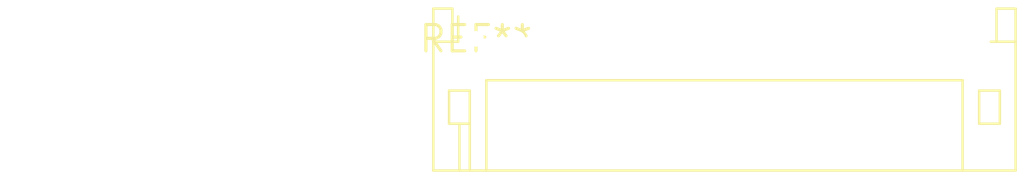
<source format=kicad_pcb>
(kicad_pcb (version 20240108) (generator pcbnew)
  (layers (0 "F.Cu" signal) (31 "B.Cu" signal) (34 "B.Paste" user) (35 "F.Paste" user) (36 "B.SilkS" user "B.Silkscreen") (37 "F.SilkS" user "F.Silkscreen") (38 "B.Mask" user) (39 "F.Mask" user) (44 "Edge.Cuts" user))
  (net 0 "")
  (footprint "JST_PH_S13B-PH-K_1x13_P2.00mm_Horizontal" (layer "F.Cu") (at 0 0)
    (property "Reference" "REF**")
    (property "Value" "JST_PH_S13B-PH-K_1x13_P2.00mm_Horizontal")
    (fp_line (start -2.06 -1.46) (end -2.06 6.36) (layer "F.SilkS") (stroke (width 0.12)))
    (fp_line (start -2.06 0.14) (end -1.14 0.14) (layer "F.SilkS") (stroke (width 0.12)))
    (fp_line (start -2.06 6.36) (end 26.06 6.36) (layer "F.SilkS") (stroke (width 0.12)))
    (fp_line (start -1.3 2.5) (end -1.3 4.1) (layer "F.SilkS") (stroke (width 0.12)))
    (fp_line (start -1.3 4.1) (end -0.3 4.1) (layer "F.SilkS") (stroke (width 0.12)))
    (fp_line (start -1.14 -1.46) (end -2.06 -1.46) (layer "F.SilkS") (stroke (width 0.12)))
    (fp_line (start -1.14 0.14) (end -1.14 -1.46) (layer "F.SilkS") (stroke (width 0.12)))
    (fp_line (start -0.86 0.14) (end -1.14 0.14) (layer "F.SilkS") (stroke (width 0.12)))
    (fp_line (start -0.86 0.14) (end -0.86 -1.075) (layer "F.SilkS") (stroke (width 0.12)))
    (fp_line (start -0.8 4.1) (end -0.8 6.36) (layer "F.SilkS") (stroke (width 0.12)))
    (fp_line (start -0.3 2.5) (end -1.3 2.5) (layer "F.SilkS") (stroke (width 0.12)))
    (fp_line (start -0.3 4.1) (end -0.3 2.5) (layer "F.SilkS") (stroke (width 0.12)))
    (fp_line (start -0.3 4.1) (end -0.3 6.36) (layer "F.SilkS") (stroke (width 0.12)))
    (fp_line (start 0.5 2) (end 23.5 2) (layer "F.SilkS") (stroke (width 0.12)))
    (fp_line (start 0.5 6.36) (end 0.5 2) (layer "F.SilkS") (stroke (width 0.12)))
    (fp_line (start 23.5 2) (end 23.5 6.36) (layer "F.SilkS") (stroke (width 0.12)))
    (fp_line (start 24.3 2.5) (end 25.3 2.5) (layer "F.SilkS") (stroke (width 0.12)))
    (fp_line (start 24.3 4.1) (end 24.3 2.5) (layer "F.SilkS") (stroke (width 0.12)))
    (fp_line (start 25.14 -1.46) (end 25.14 0.14) (layer "F.SilkS") (stroke (width 0.12)))
    (fp_line (start 25.14 0.14) (end 24.86 0.14) (layer "F.SilkS") (stroke (width 0.12)))
    (fp_line (start 25.3 2.5) (end 25.3 4.1) (layer "F.SilkS") (stroke (width 0.12)))
    (fp_line (start 25.3 4.1) (end 24.3 4.1) (layer "F.SilkS") (stroke (width 0.12)))
    (fp_line (start 26.06 -1.46) (end 25.14 -1.46) (layer "F.SilkS") (stroke (width 0.12)))
    (fp_line (start 26.06 0.14) (end 25.14 0.14) (layer "F.SilkS") (stroke (width 0.12)))
    (fp_line (start 26.06 6.36) (end 26.06 -1.46) (layer "F.SilkS") (stroke (width 0.12)))
    (pad "1" thru_hole roundrect (at 0 0) (size 1.2 1.75) (drill 0.75) (layers *.Cu *.Mask) (remove_unused_layers) (roundrect_rratio 0.208333))
    (pad "2" thru_hole oval (at 2 0) (size 1.2 1.75) (drill 0.75) (layers *.Cu *.Mask) (remove_unused_layers))
    (pad "3" thru_hole oval (at 4 0) (size 1.2 1.75) (drill 0.75) (layers *.Cu *.Mask) (remove_unused_layers))
    (pad "4" thru_hole oval (at 6 0) (size 1.2 1.75) (drill 0.75) (layers *.Cu *.Mask) (remove_unused_layers))
    (pad "5" thru_hole oval (at 8 0) (size 1.2 1.75) (drill 0.75) (layers *.Cu *.Mask) (remove_unused_layers))
    (pad "6" thru_hole oval (at 10 0) (size 1.2 1.75) (drill 0.75) (layers *.Cu *.Mask) (remove_unused_layers))
    (pad "7" thru_hole oval (at 12 0) (size 1.2 1.75) (drill 0.75) (layers *.Cu *.Mask) (remove_unused_layers))
    (pad "8" thru_hole oval (at 14 0) (size 1.2 1.75) (drill 0.75) (layers *.Cu *.Mask) (remove_unused_layers))
    (pad "9" thru_hole oval (at 16 0) (size 1.2 1.75) (drill 0.75) (layers *.Cu *.Mask) (remove_unused_layers))
    (pad "10" thru_hole oval (at 18 0) (size 1.2 1.75) (drill 0.75) (layers *.Cu *.Mask) (remove_unused_layers))
    (pad "11" thru_hole oval (at 20 0) (size 1.2 1.75) (drill 0.75) (layers *.Cu *.Mask) (remove_unused_layers))
    (pad "12" thru_hole oval (at 22 0) (size 1.2 1.75) (drill 0.75) (layers *.Cu *.Mask) (remove_unused_layers))
    (pad "13" thru_hole oval (at 24 0) (size 1.2 1.75) (drill 0.75) (layers *.Cu *.Mask) (remove_unused_layers))
  )
)
</source>
